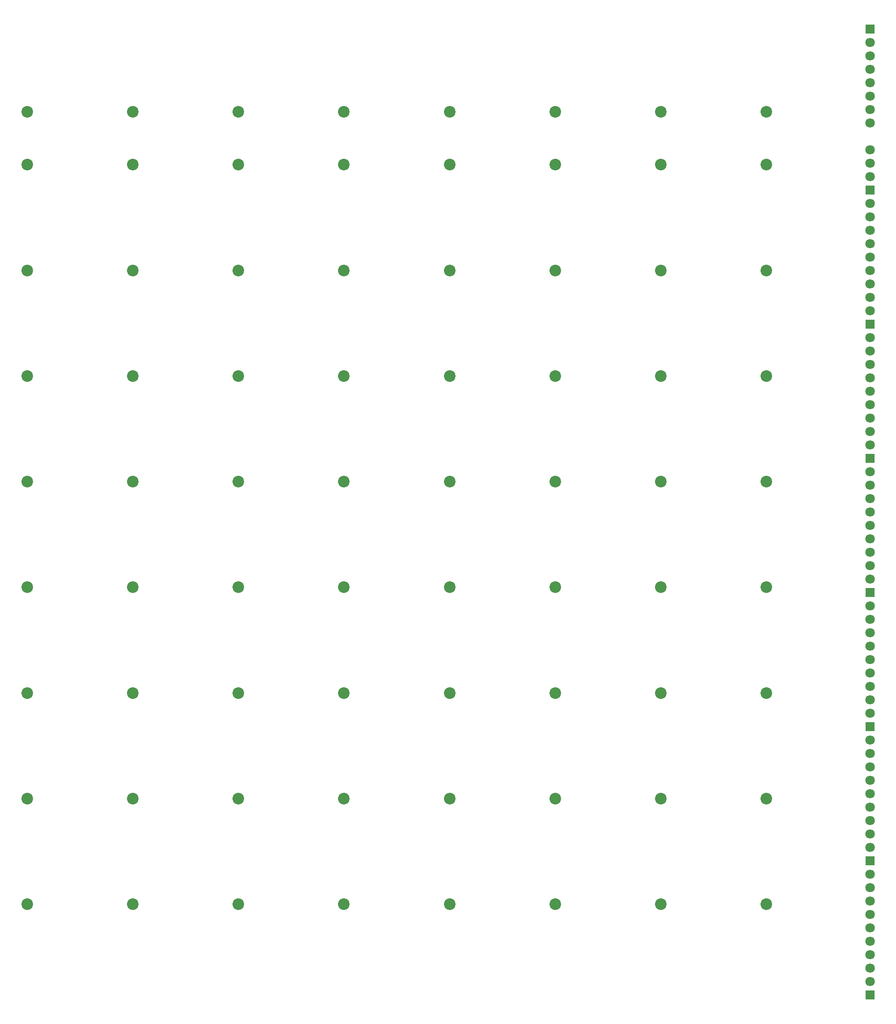
<source format=gbr>
G04 #@! TF.FileFunction,Copper,L1,Top,Signal*
%FSLAX46Y46*%
G04 Gerber Fmt 4.6, Leading zero omitted, Abs format (unit mm)*
G04 Created by KiCad (PCBNEW 4.0.7) date 06/21/18 11:26:02*
%MOMM*%
%LPD*%
G01*
G04 APERTURE LIST*
%ADD10C,0.100000*%
%ADD11R,1.800000X1.800000*%
%ADD12C,1.800000*%
%ADD13C,2.200000*%
G04 APERTURE END LIST*
D10*
D11*
X214630000Y-217170000D03*
D12*
X214630000Y-214630000D03*
X214630000Y-212090000D03*
X214630000Y-209550000D03*
X214630000Y-207010000D03*
X214630000Y-204470000D03*
X214630000Y-201930000D03*
X214630000Y-199390000D03*
X214630000Y-196850000D03*
X214630000Y-194310000D03*
D11*
X214630000Y-191770000D03*
D12*
X214630000Y-189230000D03*
X214630000Y-186690000D03*
X214630000Y-184150000D03*
X214630000Y-181610000D03*
X214630000Y-179070000D03*
X214630000Y-176530000D03*
X214630000Y-173990000D03*
X214630000Y-171450000D03*
X214630000Y-168910000D03*
D11*
X214630000Y-166370000D03*
D12*
X214630000Y-163830000D03*
X214630000Y-161290000D03*
X214630000Y-158750000D03*
X214630000Y-156210000D03*
X214630000Y-153670000D03*
X214630000Y-151130000D03*
X214630000Y-148590000D03*
X214630000Y-146050000D03*
X214630000Y-143510000D03*
D11*
X214630000Y-140970000D03*
D12*
X214630000Y-138430000D03*
X214630000Y-135890000D03*
X214630000Y-133350000D03*
X214630000Y-130810000D03*
X214630000Y-128270000D03*
X214630000Y-125730000D03*
X214630000Y-123190000D03*
X214630000Y-120650000D03*
X214630000Y-118110000D03*
D11*
X214630000Y-115570000D03*
D12*
X214630000Y-113030000D03*
X214630000Y-110490000D03*
X214630000Y-107950000D03*
X214630000Y-105410000D03*
X214630000Y-102870000D03*
X214630000Y-100330000D03*
X214630000Y-97790000D03*
X214630000Y-95250000D03*
X214630000Y-92710000D03*
D11*
X214630000Y-90170000D03*
D12*
X214630000Y-87630000D03*
X214630000Y-85090000D03*
X214630000Y-82550000D03*
X214630000Y-80010000D03*
X214630000Y-77470000D03*
X214630000Y-74930000D03*
X214630000Y-72390000D03*
X214630000Y-69850000D03*
X214630000Y-67310000D03*
D11*
X214630000Y-64770000D03*
D12*
X214630000Y-62230000D03*
X214630000Y-59690000D03*
X214630000Y-57150000D03*
D11*
X214630000Y-34290000D03*
D12*
X214630000Y-36830000D03*
X214630000Y-39370000D03*
X214630000Y-41910000D03*
X214630000Y-44450000D03*
X214630000Y-46990000D03*
X214630000Y-49530000D03*
X214630000Y-52070000D03*
D13*
X55000000Y-200000000D03*
X75000000Y-200000000D03*
X95000000Y-200000000D03*
X115000000Y-200000000D03*
X135000000Y-200000000D03*
X155000000Y-200000000D03*
X175000000Y-200000000D03*
X195000000Y-200000000D03*
X55000000Y-180000000D03*
X75000000Y-180000000D03*
X95000000Y-180000000D03*
X115000000Y-180000000D03*
X135000000Y-180000000D03*
X155000000Y-180000000D03*
X175000000Y-180000000D03*
X195000000Y-180000000D03*
X55000000Y-160000000D03*
X75000000Y-160000000D03*
X95000000Y-160000000D03*
X115000000Y-160000000D03*
X135000000Y-160000000D03*
X155000000Y-160000000D03*
X175000000Y-160000000D03*
X195000000Y-160000000D03*
X55000000Y-140000000D03*
X75000000Y-140000000D03*
X95000000Y-140000000D03*
X115000000Y-140000000D03*
X135000000Y-140000000D03*
X155000000Y-140000000D03*
X175000000Y-140000000D03*
X195000000Y-140000000D03*
X55000000Y-120000000D03*
X75000000Y-120000000D03*
X95000000Y-120000000D03*
X115000000Y-120000000D03*
X135000000Y-120000000D03*
X155000000Y-120000000D03*
X175000000Y-120000000D03*
X195000000Y-120000000D03*
X55000000Y-100000000D03*
X75000000Y-100000000D03*
X95000000Y-100000000D03*
X115000000Y-100000000D03*
X135000000Y-100000000D03*
X155000000Y-100000000D03*
X175000000Y-100000000D03*
X195000000Y-100000000D03*
X55000000Y-80000000D03*
X75000000Y-80000000D03*
X95000000Y-80000000D03*
X115000000Y-80000000D03*
X135000000Y-80000000D03*
X155000000Y-80000000D03*
X175000000Y-80000000D03*
X195000000Y-80000000D03*
X55000000Y-60000000D03*
X75000000Y-60000000D03*
X95000000Y-60000000D03*
X115000000Y-60000000D03*
X135000000Y-60000000D03*
X155000000Y-60000000D03*
X175000000Y-60000000D03*
X195000000Y-60000000D03*
X55000000Y-50000000D03*
X75000000Y-50000000D03*
X95000000Y-50000000D03*
X115000000Y-50000000D03*
X135000000Y-50000000D03*
X155000000Y-50000000D03*
X175000000Y-50000000D03*
X195000000Y-50000000D03*
M02*

</source>
